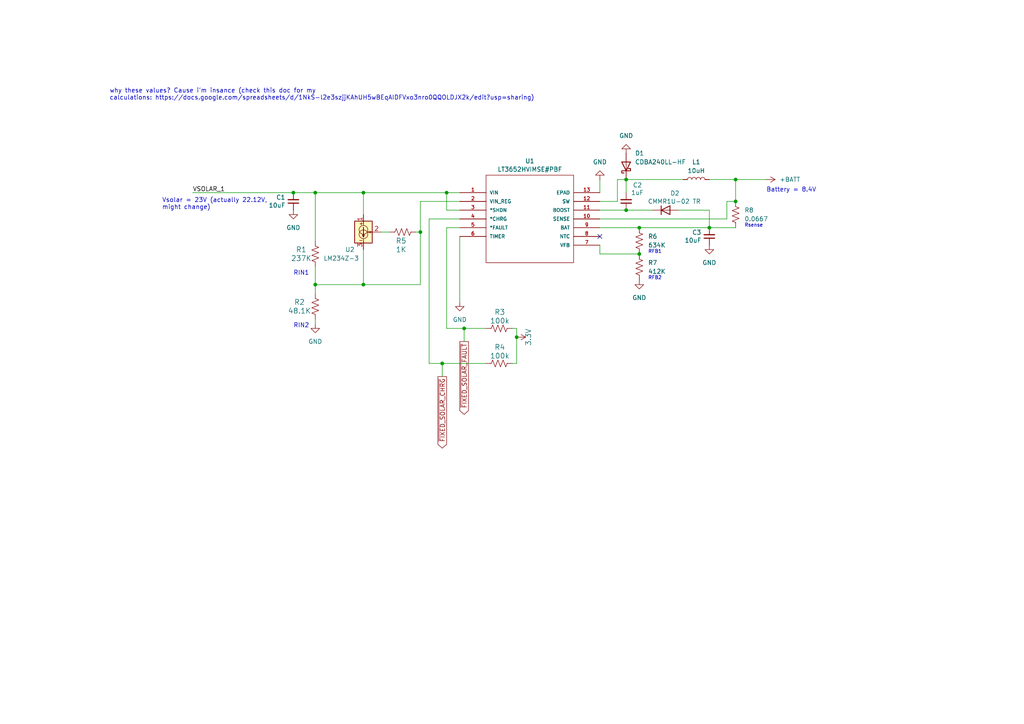
<source format=kicad_sch>
(kicad_sch (version 20231120) (generator "eeschema") (generator_version "8.0")
  (paper "A4")
  (title_block (title "Solar Charger Backup") (date "2024-07-12") (company "Stanford Space Student Initiative"))
  (lib_symbols
    (symbol "Device:C_Small" (pin_numbers hide) (pin_names (offset 0.254) hide)
      (property "Reference" "C" (at 0.254 1.778 0))
      (property "Value" "C_Small" (at 0.254 -2.032 0))
      (symbol "C_Small_0_1"
        (polyline (pts (xy -1.524 -0.508) (xy 1.524 -0.508)) (stroke (width 0.3302)))
        (polyline (pts (xy -1.524 0.508) (xy 1.524 0.508)) (stroke (width 0.3048)))
      )
      (symbol "C_Small_1_1"
        (pin passive line (at 0 2.54 270) (length 2.032) (name "~") (number "1"))
        (pin passive line (at 0 -2.54 90) (length 2.032) (name "~") (number "2"))
      )
    )
    (symbol "Device:D_Schottky" (pin_numbers hide) (pin_names (offset 1.016) hide)
      (property "Reference" "D" (at 0 2.54 0))
      (property "Value" "D_Schottky" (at 0 -2.54 0))
      (symbol "D_Schottky_0_1"
        (polyline (pts (xy 1.27 0) (xy -1.27 0)))
        (polyline (pts (xy 1.27 1.27) (xy 1.27 -1.27) (xy -1.27 0) (xy 1.27 1.27)) (stroke (width 0.254)))
        (polyline (pts (xy -1.905 0.635) (xy -1.905 1.27) (xy -1.27 1.27) (xy -1.27 -1.27) (xy -0.635 -1.27) (xy -0.635 -0.635)) (stroke (width 0.254)))
      )
      (symbol "D_Schottky_1_1"
        (pin passive line (at -3.81 0 0) (length 2.54) (name "K") (number "1"))
        (pin passive line (at 3.81 0 180) (length 2.54) (name "A") (number "2"))
      )
    )
    (symbol "Device:L" (pin_numbers hide) (pin_names (offset 1.016) hide)
      (property "Reference" "L" (at -1.27 0 90))
      (property "Value" "L" (at 1.905 0 90))
      (symbol "L_0_1"
        (arc (start 0 -2.54) (mid 0.6323 -1.905) (end 0 -1.27))
        (arc (start 0 -1.27) (mid 0.6323 -0.635) (end 0 0))
        (arc (start 0 0) (mid 0.6323 0.635) (end 0 1.27))
        (arc (start 0 1.27) (mid 0.6323 1.905) (end 0 2.54))
      )
      (symbol "L_1_1"
        (pin passive line (at 0 3.81 270) (length 1.27) (name "1") (number "1"))
        (pin passive line (at 0 -3.81 90) (length 1.27) (name "2") (number "2"))
      )
    )
    (symbol "Device:R_US" (pin_numbers hide) (pin_names (offset 0))
      (property "Reference" "R" (at 2.54 0 90))
      (property "Value" "R_US" (at -2.54 0 90))
      (symbol "R_US_0_1"
        (polyline (pts (xy 0 -2.286) (xy 0 -2.54)))
        (polyline (pts (xy 0 2.286) (xy 0 2.54)))
        (polyline (pts (xy 0 -0.762) (xy 1.016 -1.143) (xy 0 -1.524) (xy -1.016 -1.905) (xy 0 -2.286)))
        (polyline (pts (xy 0 0.762) (xy 1.016 0.381) (xy 0 0) (xy -1.016 -0.381) (xy 0 -0.762)))
        (polyline (pts (xy 0 2.286) (xy 1.016 1.905) (xy 0 1.524) (xy -1.016 1.143) (xy 0 0.762)))
      )
      (symbol "R_US_1_1"
        (pin passive line (at 0 3.81 270) (length 1.27) (name "~") (number "1"))
        (pin passive line (at 0 -3.81 90) (length 1.27) (name "~") (number "2"))
      )
    )
    (symbol "Diode:BAV20" (pin_numbers hide) (pin_names hide)
      (property "Reference" "D" (at 0 2.54 0))
      (property "Value" "BAV20" (at 0 -2.54 0))
      (symbol "BAV20_0_1"
        (polyline (pts (xy -1.27 1.27) (xy -1.27 -1.27)) (stroke (width 0.254)))
        (polyline (pts (xy 1.27 0) (xy -1.27 0)))
        (polyline (pts (xy 1.27 1.27) (xy 1.27 -1.27) (xy -1.27 0) (xy 1.27 1.27)) (stroke (width 0.254)))
      )
      (symbol "BAV20_1_1"
        (pin passive line (at -3.81 0 0) (length 2.54) (name "K") (number "1"))
        (pin passive line (at 3.81 0 180) (length 2.54) (name "A") (number "2"))
      )
    )
    (symbol "Reference_Current:LM234Z-3"
      (property "Reference" "U" (at 0.635 6.35 0))
      (property "Value" "LM234Z-3" (at 0.635 4.445 0))
      (symbol "LM234Z-3_0_1"
        (rectangle (start -2.54 3.175) (end 2.54 -3.175) (stroke (width 0.254)) (fill (type background)))
        (circle (center 0 -0.635) (radius 1.27))
        (polyline (pts (xy -1.143 -2.413) (xy -0.381 -2.413)))
        (polyline (pts (xy -1.016 2.413) (xy -0.254 2.413)))
        (polyline (pts (xy -0.635 2.794) (xy -0.635 2.032)))
        (polyline (pts (xy 0 -1.905) (xy 0 -5.08)))
        (polyline (pts (xy 0 1.397) (xy 0 -1.397)) (stroke (width 0.254)))
        (polyline (pts (xy 0 5.08) (xy 0 1.905)))
        (polyline (pts (xy 2.54 0) (xy 1.27 0)))
        (polyline (pts (xy 0 -1.397) (xy -0.254 -0.889) (xy 0.254 -0.889) (xy 0 -1.397)) (stroke (width 0.254)))
        (polyline (pts (xy 1.27 0) (xy 2.159 0.254) (xy 2.159 -0.254) (xy 1.27 0)))
        (circle (center 0 0.635) (radius 1.27))
      )
      (symbol "LM234Z-3_1_1"
        (pin passive line (at 0 5.08 270) (length 2.54) (name "~") (number "1"))
        (pin passive line (at 5.08 0 180) (length 2.54) (name "~") (number "2"))
        (pin passive line (at 0 -5.08 90) (length 2.54) (name "~") (number "3"))
      )
    )
    (symbol "power:+3V3" (power) (pin_numbers hide) (pin_names (offset 0) hide)
      (property "Value" "+3V3" (at 0 3.556 0))
      (symbol "+3V3_0_1"
        (polyline (pts (xy -0.762 1.27) (xy 0 2.54)))
        (polyline (pts (xy 0 0) (xy 0 2.54)))
        (polyline (pts (xy 0 2.54) (xy 0.762 1.27)))
      )
      (symbol "+3V3_1_1"
        (pin power_in line (at 0 0 90) (length 0) (name "~") (number "1"))
      )
    )
    (symbol "power:+BATT" (power) (pin_numbers hide) (pin_names (offset 0) hide)
      (property "Value" "+BATT" (at 0 3.556 0))
      (symbol "+BATT_0_1"
        (polyline (pts (xy -0.762 1.27) (xy 0 2.54)))
        (polyline (pts (xy 0 0) (xy 0 2.54)))
        (polyline (pts (xy 0 2.54) (xy 0.762 1.27)))
      )
      (symbol "+BATT_1_1"
        (pin power_in line (at 0 0 90) (length 0) (name "~") (number "1"))
      )
    )
    (symbol "power:GND" (power) (pin_numbers hide) (pin_names (offset 0) hide)
      (property "Value" "GND" (at 0 -3.81 0))
      (symbol "GND_0_1"
        (polyline (pts (xy 0 0) (xy 0 -1.27) (xy 1.27 -1.27) (xy 0 -2.54) (xy -1.27 -1.27) (xy 0 -1.27)))
      )
      (symbol "GND_1_1"
        (pin power_in line (at 0 0 270) (length 0) (name "~") (number "1"))
      )
    )
    (symbol "ssi_IC:LT3652HVIMSE#PBF" (pin_names (offset 1.016))
      (property "Reference" "U3" (at 50.8 10.16 0))
      (property "Value" "LT3652HVIMSE#PBF" (at 50.8 7.62 0))
      (symbol "LT3652HVIMSE#PBF_0_0"
        (rectangle (start 38.1 5.08) (end 63.5 -20.32) (stroke (width 0.1524)))
        (pin input line (at 30.48 0 0) (length 7.62) (name "VIN") (number "1"))
        (pin passive line (at 71.12 -7.62 180) (length 7.62) (name "SENSE") (number "10"))
        (pin passive line (at 71.12 -5.08 180) (length 7.62) (name "BOOST") (number "11"))
        (pin output line (at 71.12 -2.54 180) (length 7.62) (name "SW") (number "12"))
        (pin passive line (at 71.12 0 180) (length 7.62) (name "EPAD") (number "13"))
        (pin input line (at 30.48 -2.54 0) (length 7.62) (name "VIN_REG") (number "2"))
        (pin input line (at 30.48 -5.08 0) (length 7.62) (name "*SHDN") (number "3"))
        (pin output line (at 30.48 -7.62 0) (length 7.62) (name "*CHRG") (number "4"))
        (pin output line (at 30.48 -10.16 0) (length 7.62) (name "*FAULT") (number "5"))
        (pin passive line (at 30.48 -12.7 0) (length 7.62) (name "TIMER") (number "6"))
        (pin output line (at 71.12 -15.24 180) (length 7.62) (name "VFB") (number "7"))
        (pin input line (at 71.12 -12.7 180) (length 7.62) (name "NTC") (number "8"))
        (pin output line (at 71.12 -10.16 180) (length 7.62) (name "BAT") (number "9"))
      )
    )
  )
  (junction (at 85.09 55.88))
  (junction (at 185.42 73.66))
  (junction (at 181.61 60.96))
  (junction (at 121.92 67.31))
  (junction (at 213.36 58.42))
  (junction (at 129.54 55.88))
  (junction (at 205.74 66.04))
  (junction (at 213.36 52.07))
  (junction (at 134.62 95.25))
  (junction (at 91.44 82.55))
  (junction (at 128.27 105.41))
  (junction (at 91.44 55.88))
  (junction (at 181.61 52.07))
  (junction (at 105.41 55.88))
  (junction (at 149.86 97.79))
  (junction (at 105.41 82.55))
  (junction (at 185.42 66.04))
  (no_connect (at 173.99 68.58))
  (wire (pts (xy 205.74 52.07) (xy 213.36 52.07)))
  (wire (pts (xy 173.99 58.42) (xy 179.07 58.42)))
  (wire (pts (xy 179.07 58.42) (xy 179.07 52.07)))
  (wire (pts (xy 185.42 66.04) (xy 205.74 66.04)))
  (wire (pts (xy 129.54 55.88) (xy 133.35 55.88)))
  (wire (pts (xy 149.86 97.79) (xy 149.86 105.41)))
  (wire (pts (xy 129.54 95.25) (xy 134.62 95.25)))
  (wire (pts (xy 210.82 58.42) (xy 213.36 58.42)))
  (wire (pts (xy 129.54 66.04) (xy 129.54 95.25)))
  (wire (pts (xy 105.41 72.39) (xy 105.41 82.55)))
  (wire (pts (xy 91.44 82.55) (xy 91.44 85.09)))
  (wire (pts (xy 121.92 58.42) (xy 133.35 58.42)))
  (wire (pts (xy 205.74 66.04) (xy 213.36 66.04)))
  (wire (pts (xy 85.09 55.88) (xy 91.44 55.88)))
  (wire (pts (xy 105.41 55.88) (xy 105.41 62.23)))
  (wire (pts (xy 105.41 82.55) (xy 121.92 82.55)))
  (wire (pts (xy 91.44 77.47) (xy 91.44 82.55)))
  (wire (pts (xy 124.46 105.41) (xy 128.27 105.41)))
  (wire (pts (xy 134.62 99.06) (xy 134.62 95.25)))
  (wire (pts (xy 105.41 55.88) (xy 129.54 55.88)))
  (wire (pts (xy 173.99 52.07) (xy 173.99 55.88)))
  (wire (pts (xy 181.61 52.07) (xy 198.12 52.07)))
  (wire (pts (xy 55.88 55.88) (xy 85.09 55.88)))
  (wire (pts (xy 129.54 60.96) (xy 133.35 60.96)))
  (wire (pts (xy 91.44 55.88) (xy 105.41 55.88)))
  (wire (pts (xy 196.85 60.96) (xy 205.74 60.96)))
  (wire (pts (xy 181.61 52.07) (xy 181.61 55.88)))
  (wire (pts (xy 173.99 71.12) (xy 173.99 73.66)))
  (wire (pts (xy 148.59 95.25) (xy 149.86 95.25)))
  (wire (pts (xy 148.59 105.41) (xy 149.86 105.41)))
  (wire (pts (xy 205.74 60.96) (xy 205.74 66.04)))
  (wire (pts (xy 121.92 67.31) (xy 121.92 82.55)))
  (wire (pts (xy 124.46 105.41) (xy 124.46 63.5)))
  (wire (pts (xy 110.49 67.31) (xy 113.03 67.31)))
  (wire (pts (xy 129.54 55.88) (xy 129.54 60.96)))
  (wire (pts (xy 124.46 63.5) (xy 133.35 63.5)))
  (wire (pts (xy 173.99 60.96) (xy 181.61 60.96)))
  (wire (pts (xy 91.44 55.88) (xy 91.44 69.85)))
  (wire (pts (xy 149.86 97.79) (xy 149.86 95.25)))
  (wire (pts (xy 129.54 66.04) (xy 133.35 66.04)))
  (wire (pts (xy 210.82 63.5) (xy 210.82 58.42)))
  (wire (pts (xy 179.07 52.07) (xy 181.61 52.07)))
  (wire (pts (xy 213.36 52.07) (xy 213.36 58.42)))
  (wire (pts (xy 121.92 58.42) (xy 121.92 67.31)))
  (wire (pts (xy 120.65 67.31) (xy 121.92 67.31)))
  (wire (pts (xy 128.27 105.41) (xy 128.27 109.22)))
  (wire (pts (xy 91.44 92.71) (xy 91.44 93.98)))
  (wire (pts (xy 173.99 63.5) (xy 210.82 63.5)))
  (wire (pts (xy 173.99 73.66) (xy 185.42 73.66)))
  (wire (pts (xy 173.99 66.04) (xy 185.42 66.04)))
  (wire (pts (xy 134.62 95.25) (xy 140.97 95.25)))
  (wire (pts (xy 213.36 52.07) (xy 222.25 52.07)))
  (wire (pts (xy 133.35 87.63) (xy 133.35 68.58)))
  (wire (pts (xy 128.27 105.41) (xy 140.97 105.41)))
  (wire (pts (xy 189.23 60.96) (xy 181.61 60.96)))
  (wire (pts (xy 91.44 82.55) (xy 105.41 82.55)))
  (text "Battery = 8.4V\n" (at 222.25 55.88 0) (effects (font (size 1.27 1.27)) (justify left bottom)))
  (text "why these values? Cause i'm insance (check this doc for my \ncalculations: https://docs.google.com/spreadsheets/d/1NkS-l2e3szjjKAhUH5wBEqAIDFVxo3nro0QQOLDJX2k/edit?usp=sharing)" (at 31.75 29.21 0) (effects (font (size 1.27 1.27)) (justify left bottom)))
  (text "RFB1" (at 187.96 73.66 0) (effects (font (size 1 1)) (justify left bottom)))
  (text "RIN2" (at 85.09 95.25 0) (effects (font (size 1.27 1.27)) (justify left bottom)))
  (text "RIN1" (at 85.09 80.01 0) (effects (font (size 1.27 1.27)) (justify left bottom)))
  (text "Vsolar = 23V (actually 22.12V, \nmight change)" (at 46.99 60.96 0) (effects (font (size 1.27 1.27)) (justify left bottom)))
  (text "RFB2" (at 187.96 81.28 0) (effects (font (size 1 1)) (justify left bottom)))
  (text "Rsense" (at 215.9 66.04 0) (effects (font (size 1 1)) (justify left bottom)))
  (label "VSOLAR_1" (at 55.88 55.88 0))
  (global_label "~{FIXED_SOLAR_FAULT}" (shape output) (at 134.62 99.06 270) (property "Intersheetrefs" "${INTERSHEET_REFS}" (effects (hide yes))))
  (global_label "~{FIXED_SOLAR_CHRG}" (shape output) (at 128.27 109.22 270) (property "Intersheetrefs" "${INTERSHEET_REFS}" (effects (hide yes))))
  (symbol (lib_id "Device:R_US") (at 91.44 88.9 0) (unit 1)
    (property "Reference" "R2" (at 86.868 87.63 0) (effects (font (size 1.4986 1.4986))))
    (property "Value" "48.1K" (at 86.868 90.17 0) (effects (font (size 1.4986 1.4986))))
    (property "Footprint" "Resistor_SMD:R_0603_1608Metric" (effects (hide yes)))
    (property "Description" "Resistor, US symbol" (effects (hide yes)))
  )
  (symbol (lib_id "power:GND") (at 85.09 60.96 0) (unit 1)
    (property "Reference" "#PWR01" (effects (hide yes)))
    (property "Value" "GND" (at 85.09 66.04 0))
  )
  (symbol (lib_id "Device:C_Small") (at 181.61 58.42 180) (unit 1)
    (property "Reference" "C2" (at 186.2328 53.6956 0) (effects (justify left)))
    (property "Value" "1uF" (at 186.69 55.88 0) (effects (justify left)))
    (property "Footprint" "Capacitor_SMD:C_0603_1608Metric" (effects (hide yes)))
    (property "Description" "10uF +-20% 10V X5R" (effects (hide yes)))
  )
  (symbol (lib_id "Device:R_US") (at 144.78 95.25 90) (unit 1)
    (property "Reference" "R3" (at 146.558 89.662 90) (effects (font (size 1.4986 1.4986)) (justify left bottom)))
    (property "Value" "100k" (at 147.828 92.202 90) (effects (font (size 1.4986 1.4986)) (justify left bottom)))
    (property "Footprint" "Resistor_SMD:R_0603_1608Metric" (effects (hide yes)))
    (property "Description" "Resistor, US symbol" (effects (hide yes)))
  )
  (symbol (lib_id "Device:R_US") (at 116.84 67.31 90) (unit 1)
    (property "Reference" "R5" (at 116.332 69.85 90) (effects (font (size 1.4986 1.4986))))
    (property "Value" "1K" (at 116.332 72.39 90) (effects (font (size 1.4986 1.4986))))
    (property "Footprint" "Resistor_SMD:R_0603_1608Metric" (effects (hide yes)))
    (property "Description" "Resistor, US symbol" (effects (hide yes)))
  )
  (symbol (lib_id "power:GND") (at 185.42 81.28 0) (unit 1)
    (property "Reference" "#PWR06" (effects (hide yes)))
    (property "Value" "GND" (at 185.42 86.36 0))
  )
  (symbol (lib_id "Diode:BAV20") (at 193.04 60.96 0) (unit 1)
    (property "Reference" "D2" (at 195.7578 56.0578 0))
    (property "Value" "CMMR1U-02 TR" (at 195.58 58.42 0))
    (property "Footprint" "Diode_THT:D_DO-35_SOD27_P7.62mm_Horizontal" (effects (hide yes)))
    (property "Datasheet" "http://www.vishay.com/docs/85543/bav17.pdf" (effects (hide yes)))
    (property "Sim.Device" "D" (effects (hide yes)))
    (property "Sim.Pins" "1=K 2=A" (effects (hide yes)))
  )
  (symbol (lib_id "power:GND") (at 173.99 52.07 180) (unit 1)
    (property "Reference" "#PWR04" (effects (hide yes)))
    (property "Value" "GND" (at 173.99 46.99 0))
  )
  (symbol (lib_id "Device:L") (at 201.93 52.07 90) (unit 1)
    (property "Reference" "L1" (at 201.93 46.99 90))
    (property "Value" "10uH" (at 201.93 49.53 90))
    (property "Footprint" "ssi_inductor:SDE06004A-680K" (effects (hide yes)))
  )
  (symbol (lib_id "power:GND") (at 133.35 87.63 0) (unit 1)
    (property "Reference" "#PWR03" (effects (hide yes)))
    (property "Value" "GND" (at 133.35 92.71 0))
  )
  (symbol (lib_id "Device:R_US") (at 91.44 73.66 0) (unit 1)
    (property "Reference" "R1" (at 87.376 72.39 0) (effects (font (size 1.4986 1.4986))))
    (property "Value" "237K" (at 87.376 74.93 0) (effects (font (size 1.4986 1.4986))))
    (property "Footprint" "Resistor_SMD:R_0603_1608Metric" (effects (hide yes)))
    (property "Description" "Resistor, US symbol" (effects (hide yes)))
  )
  (symbol (lib_id "Reference_Current:LM234Z-3") (at 105.41 67.31 0) (unit 1)
    (property "Reference" "U2" (at 102.87 72.39 0) (effects (justify right)))
    (property "Value" "LM234Z-3" (at 104.14 74.93 0) (effects (justify right)))
    (property "Footprint" "Package_TO_SOT_THT:TO-92_Inline" (effects (hide yes)))
    (property "Datasheet" "http://www.ti.com/lit/ds/symlink/lm134.pdf" (effects (hide yes)))
  )
  (symbol (lib_id "Device:R_US") (at 144.78 105.41 90) (unit 1)
    (property "Reference" "R4" (at 146.558 99.822 90) (effects (font (size 1.4986 1.4986)) (justify left bottom)))
    (property "Value" "100k" (at 147.828 102.362 90) (effects (font (size 1.4986 1.4986)) (justify left bottom)))
    (property "Footprint" "Resistor_SMD:R_0603_1608Metric" (effects (hide yes)))
    (property "Description" "Resistor, US symbol" (effects (hide yes)))
  )
  (symbol (lib_id "ssi_IC:LT3652HVIMSE#PBF") (at 102.87 55.88 0) (unit 1)
    (property "Reference" "U1" (at 153.67 46.7063 0))
    (property "Value" "LT3652HVIMSE#PBF" (at 153.67 49.1306 0))
    (property "Footprint" "ssi_IC:MSOP-12_MSE" (effects (hide yes)))
    (property "Datasheet" "https://www.analog.com/media/en/technical-documentation/data-sheets/3652hvfb.pdf" (effects (hide yes)))
    (property "VENDOR" "Linear Technology" (effects (hide yes)))
    (property "MANUFACTURER_PART_NUMBER" "lt3652hvimse#pbf" (effects (hide yes)))
  )
  (symbol (lib_id "power:GND") (at 181.61 44.45 180) (unit 1)
    (property "Reference" "#PWR05" (effects (hide yes)))
    (property "Value" "GND" (at 181.61 39.37 0))
  )
  (symbol (lib_id "power:+3V3") (at 149.86 97.79 270) (unit 1)
    (property "Reference" "#P+01" (effects (hide yes)))
    (property "Value" "3.3V" (at 152.4 95.25 0) (effects (font (size 1.4986 1.4986)) (justify left bottom)))
    (property "Description" "Power symbol creates a global label with name \"+3V3\"" (effects (hide yes)))
  )
  (symbol (lib_id "power:+BATT") (at 222.25 52.07 270) (unit 1)
    (property "Reference" "#PWR08" (effects (hide yes)))
    (property "Value" "+BATT" (at 226.06 52.07 90) (effects (justify left)))
  )
  (symbol (lib_id "Device:R_US") (at 185.42 77.47 0) (unit 1)
    (property "Reference" "R7" (at 187.96 76.1999 0) (effects (justify left)))
    (property "Value" "412K" (at 187.96 78.7399 0) (effects (justify left)))
    (property "Footprint" "Resistor_SMD:R_0603_1608Metric" (effects (hide yes)))
    (property "Datasheet" "https://www.digikey.com/en/products/detail/stackpole-electronics-inc/RMCF0603FT412K/1761309" (effects (hide yes)))
  )
  (symbol (lib_id "Device:C_Small") (at 205.74 68.58 180) (unit 1)
    (property "Reference" "C3" (at 203.4286 67.4116 0) (effects (justify left)))
    (property "Value" "10uF" (at 203.4286 69.723 0) (effects (justify left)))
    (property "Footprint" "Capacitor_SMD:C_0603_1608Metric" (effects (hide yes)))
    (property "Description" "10uF +-20% 10V X5R" (effects (hide yes)))
  )
  (symbol (lib_id "power:GND") (at 91.44 93.98 0) (unit 1)
    (property "Reference" "#PWR02" (effects (hide yes)))
    (property "Value" "GND" (at 91.44 99.06 0))
  )
  (symbol (lib_id "Device:R_US") (at 185.42 69.85 0) (unit 1)
    (property "Reference" "R6" (at 187.96 68.5799 0) (effects (justify left)))
    (property "Value" "634K" (at 187.96 71.1199 0) (effects (justify left)))
    (property "Footprint" "Resistor_SMD:R_0603_1608Metric" (effects (hide yes)))
    (property "Datasheet" "https://industrial.panasonic.com/cdbs/www-data/pdf/RDA0000/AOA0000C304.pdf" (effects (hide yes)))
  )
  (symbol (lib_id "Device:C_Small") (at 85.09 58.42 180) (unit 1)
    (property "Reference" "C1" (at 82.7786 57.2516 0) (effects (justify left)))
    (property "Value" "10uF" (at 82.7786 59.563 0) (effects (justify left)))
    (property "Footprint" "Capacitor_SMD:C_1210_3225Metric" (effects (hide yes)))
    (property "Description" "10uF +-20% 50V X7R" (effects (hide yes)))
  )
  (symbol (lib_id "Device:D_Schottky") (at 181.61 48.26 90) (unit 1)
    (property "Reference" "D1" (at 184.15 44.45 90) (effects (justify right)))
    (property "Value" "CDBA240LL-HF" (at 184.15 46.99 90) (effects (justify right)))
    (property "Footprint" "ssi_diode:DO-214AC" (effects (hide yes)))
    (property "Datasheet" "https://www.comchiptech.com/admin/files/product/CDBA240LL-HF%20RevD765674.pdf" (effects (hide yes)))
  )
  (symbol (lib_id "power:GND") (at 205.74 71.12 0) (unit 1)
    (property "Reference" "#PWR07" (effects (hide yes)))
    (property "Value" "GND" (at 205.74 76.2 0))
  )
  (symbol (lib_id "Device:R_US") (at 213.36 62.23 0) (unit 1)
    (property "Reference" "R8" (at 215.9 60.9599 0) (effects (justify left)))
    (property "Value" "0.0667" (at 215.9 63.4999 0) (effects (justify left)))
    (property "Footprint" "Resistor_SMD:R_2512_6332Metric" (effects (hide yes)))
    (property "필드4" "Rsense" (effects (hide yes)))
  )
)
</source>
